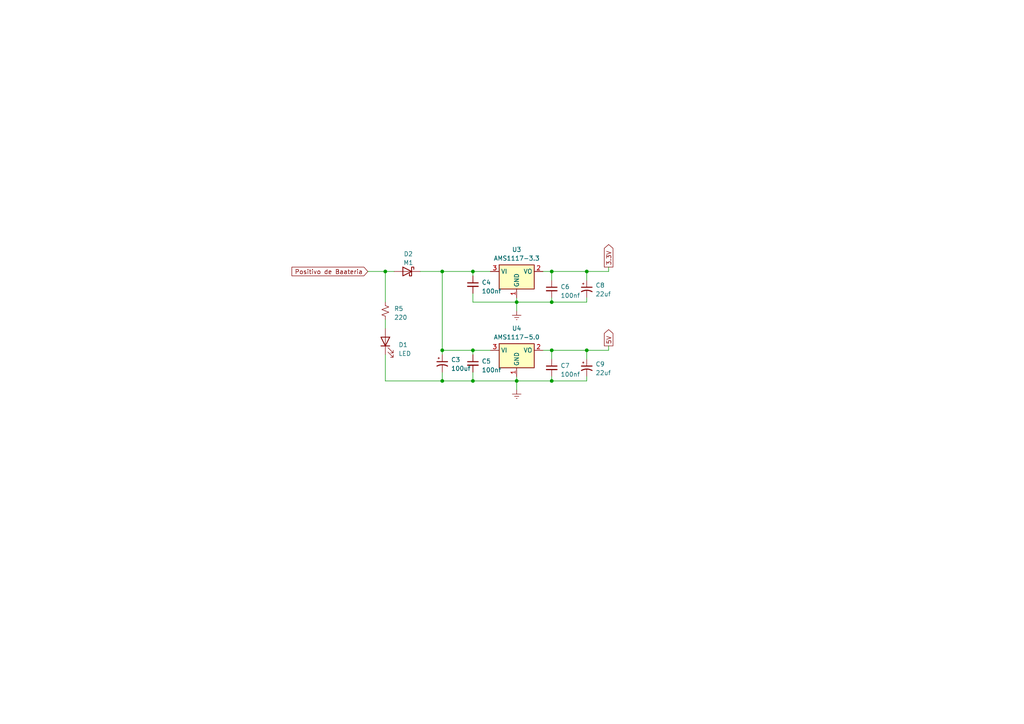
<source format=kicad_sch>
(kicad_sch (version 20230121) (generator eeschema)
  (paper "A4")
  (lib_symbols
    (symbol "Device:C_Polarized_Small_US" (pin_numbers hide) (pin_names (offset 0.254) hide)
      (property "Reference" "C" (at 0.254 1.778 0))
      (property "Value" "C_Polarized_Small_US" (at 0.254 -2.032 0))
      (symbol "C_Polarized_Small_US_0_1"
        (polyline (pts (xy -1.524 0.508) (xy 1.524 0.508)) (stroke (width 0.3048)))
        (polyline (pts (xy -1.27 1.524) (xy -0.762 1.524)))
        (polyline (pts (xy -1.016 1.27) (xy -1.016 1.778)))
        (arc (start 1.524 -0.762) (mid 0 -0.3734) (end -1.524 -0.762) (stroke (width 0.3048)))
      )
      (symbol "C_Polarized_Small_US_1_1"
        (pin passive line (at 0 2.54 270) (length 2.032) (name "~") (number "1"))
        (pin passive line (at 0 -2.54 90) (length 2.032) (name "~") (number "2"))
      )
    )
    (symbol "Device:C_Small" (pin_numbers hide) (pin_names (offset 0.254) hide)
      (property "Reference" "C" (at 0.254 1.778 0))
      (property "Value" "C_Small" (at 0.254 -2.032 0))
      (symbol "C_Small_0_1"
        (polyline (pts (xy -1.524 -0.508) (xy 1.524 -0.508)) (stroke (width 0.3302)))
        (polyline (pts (xy -1.524 0.508) (xy 1.524 0.508)) (stroke (width 0.3048)))
      )
      (symbol "C_Small_1_1"
        (pin passive line (at 0 2.54 270) (length 2.032) (name "~") (number "1"))
        (pin passive line (at 0 -2.54 90) (length 2.032) (name "~") (number "2"))
      )
    )
    (symbol "Device:LED" (pin_numbers hide) (pin_names (offset 1.016) hide)
      (property "Reference" "D" (at 0 2.54 0))
      (property "Value" "LED" (at 0 -2.54 0))
      (symbol "LED_0_1"
        (polyline (pts (xy -1.27 -1.27) (xy -1.27 1.27)) (stroke (width 0.254)))
        (polyline (pts (xy -1.27 0) (xy 1.27 0)))
        (polyline (pts (xy 1.27 -1.27) (xy 1.27 1.27) (xy -1.27 0) (xy 1.27 -1.27)) (stroke (width 0.254)))
        (polyline (pts (xy -3.048 -0.762) (xy -4.572 -2.286) (xy -3.81 -2.286) (xy -4.572 -2.286) (xy -4.572 -1.524)))
        (polyline (pts (xy -1.778 -0.762) (xy -3.302 -2.286) (xy -2.54 -2.286) (xy -3.302 -2.286) (xy -3.302 -1.524)))
      )
      (symbol "LED_1_1"
        (pin passive line (at -3.81 0 0) (length 2.54) (name "K") (number "1"))
        (pin passive line (at 3.81 0 180) (length 2.54) (name "A") (number "2"))
      )
    )
    (symbol "Device:R_Small_US" (pin_numbers hide) (pin_names (offset 0.254) hide)
      (property "Reference" "R" (at 0.762 0.508 0))
      (property "Value" "R_Small_US" (at 0.762 -1.016 0))
      (symbol "R_Small_US_1_1"
        (polyline (pts (xy 0 0) (xy 1.016 -0.381) (xy 0 -0.762) (xy -1.016 -1.143) (xy 0 -1.524)))
        (polyline (pts (xy 0 1.524) (xy 1.016 1.143) (xy 0 0.762) (xy -1.016 0.381) (xy 0 0)))
        (pin passive line (at 0 2.54 270) (length 1.016) (name "~") (number "1"))
        (pin passive line (at 0 -2.54 90) (length 1.016) (name "~") (number "2"))
      )
    )
    (symbol "Diode:B120-E3" (pin_numbers hide) (pin_names hide)
      (property "Reference" "D" (at 0 2.54 0))
      (property "Value" "B120-E3" (at 0 -2.54 0))
      (symbol "B120-E3_0_1"
        (polyline (pts (xy 1.27 0) (xy -1.27 0)))
        (polyline (pts (xy 1.27 1.27) (xy 1.27 -1.27) (xy -1.27 0) (xy 1.27 1.27)) (stroke (width 0.254)))
        (polyline (pts (xy -1.905 0.635) (xy -1.905 1.27) (xy -1.27 1.27) (xy -1.27 -1.27) (xy -0.635 -1.27) (xy -0.635 -0.635)) (stroke (width 0.254)))
      )
      (symbol "B120-E3_1_1"
        (pin passive line (at -3.81 0 0) (length 2.54) (name "K") (number "1"))
        (pin passive line (at 3.81 0 180) (length 2.54) (name "A") (number "2"))
      )
    )
    (symbol "Regulator_Linear:AMS1117-3.3"
      (property "Reference" "U" (at -3.81 3.175 0))
      (property "Value" "AMS1117-3.3" (at 0 3.175 0))
      (symbol "AMS1117-3.3_0_1"
        (rectangle (start -5.08 -5.08) (end 5.08 1.905) (stroke (width 0.254)) (fill (type background)))
      )
      (symbol "AMS1117-3.3_1_1"
        (pin power_in line (at 0 -7.62 90) (length 2.54) (name "GND") (number "1"))
        (pin power_out line (at 7.62 0 180) (length 2.54) (name "VO") (number "2"))
        (pin power_in line (at -7.62 0 0) (length 2.54) (name "VI") (number "3"))
      )
    )
    (symbol "Regulator_Linear:AMS1117-5.0"
      (property "Reference" "U" (at -3.81 3.175 0))
      (property "Value" "AMS1117-5.0" (at 0 3.175 0))
      (symbol "AMS1117-5.0_0_1"
        (rectangle (start -5.08 -5.08) (end 5.08 1.905) (stroke (width 0.254)) (fill (type background)))
      )
      (symbol "AMS1117-5.0_1_1"
        (pin power_in line (at 0 -7.62 90) (length 2.54) (name "GND") (number "1"))
        (pin power_out line (at 7.62 0 180) (length 2.54) (name "VO") (number "2"))
        (pin power_in line (at -7.62 0 0) (length 2.54) (name "VI") (number "3"))
      )
    )
    (symbol "power:Earth" (power) (pin_names (offset 0))
      (symbol "Earth_0_1"
        (polyline (pts (xy -0.635 -1.905) (xy 0.635 -1.905)))
        (polyline (pts (xy -0.127 -2.54) (xy 0.127 -2.54)))
        (polyline (pts (xy 0 -1.27) (xy 0 0)))
        (polyline (pts (xy 1.27 -1.27) (xy -1.27 -1.27)))
      )
      (symbol "Earth_1_1"
        (pin power_in line (at 0 0 270) (length 0) hide (name "Earth") (number "1"))
      )
    )
  )
  (junction (at 160.02 101.6))
  (junction (at 128.27 78.74))
  (junction (at 170.18 78.74))
  (junction (at 160.02 78.74))
  (junction (at 170.18 101.6))
  (junction (at 128.27 110.49))
  (junction (at 160.02 87.63))
  (junction (at 149.86 87.63))
  (junction (at 160.02 110.49))
  (junction (at 137.16 78.74))
  (junction (at 137.16 101.6))
  (junction (at 111.76 78.74))
  (junction (at 149.86 110.49))
  (junction (at 128.27 101.6))
  (junction (at 137.16 110.49))
  (wire (pts (xy 170.18 110.49) (xy 160.02 110.49)))
  (wire (pts (xy 111.76 110.49) (xy 128.27 110.49)))
  (wire (pts (xy 170.18 101.6) (xy 170.18 104.14)))
  (wire (pts (xy 137.16 101.6) (xy 142.24 101.6)))
  (wire (pts (xy 160.02 86.36) (xy 160.02 87.63)))
  (wire (pts (xy 149.86 87.63) (xy 160.02 87.63)))
  (wire (pts (xy 106.68 78.74) (xy 111.76 78.74)))
  (wire (pts (xy 137.16 78.74) (xy 142.24 78.74)))
  (wire (pts (xy 170.18 78.74) (xy 176.53 78.74)))
  (wire (pts (xy 160.02 109.22) (xy 160.02 110.49)))
  (wire (pts (xy 111.76 102.87) (xy 111.76 110.49)))
  (wire (pts (xy 128.27 107.95) (xy 128.27 110.49)))
  (wire (pts (xy 137.16 107.95) (xy 137.16 110.49)))
  (wire (pts (xy 170.18 101.6) (xy 176.53 101.6)))
  (wire (pts (xy 137.16 78.74) (xy 137.16 80.01)))
  (wire (pts (xy 149.86 87.63) (xy 149.86 90.17)))
  (wire (pts (xy 128.27 78.74) (xy 137.16 78.74)))
  (wire (pts (xy 160.02 78.74) (xy 160.02 81.28)))
  (wire (pts (xy 170.18 78.74) (xy 170.18 81.28)))
  (wire (pts (xy 128.27 110.49) (xy 137.16 110.49)))
  (wire (pts (xy 137.16 110.49) (xy 149.86 110.49)))
  (wire (pts (xy 111.76 87.63) (xy 111.76 78.74)))
  (wire (pts (xy 157.48 101.6) (xy 160.02 101.6)))
  (wire (pts (xy 121.92 78.74) (xy 128.27 78.74)))
  (wire (pts (xy 160.02 78.74) (xy 170.18 78.74)))
  (wire (pts (xy 149.86 87.63) (xy 149.86 86.36)))
  (wire (pts (xy 137.16 87.63) (xy 149.86 87.63)))
  (wire (pts (xy 149.86 110.49) (xy 149.86 109.22)))
  (wire (pts (xy 128.27 101.6) (xy 128.27 78.74)))
  (wire (pts (xy 176.53 101.6) (xy 176.53 100.33)))
  (wire (pts (xy 157.48 78.74) (xy 160.02 78.74)))
  (wire (pts (xy 111.76 92.71) (xy 111.76 95.25)))
  (wire (pts (xy 160.02 101.6) (xy 160.02 104.14)))
  (wire (pts (xy 176.53 78.74) (xy 176.53 77.47)))
  (wire (pts (xy 160.02 87.63) (xy 170.18 87.63)))
  (wire (pts (xy 149.86 110.49) (xy 149.86 113.03)))
  (wire (pts (xy 160.02 101.6) (xy 170.18 101.6)))
  (wire (pts (xy 111.76 78.74) (xy 114.3 78.74)))
  (wire (pts (xy 149.86 110.49) (xy 160.02 110.49)))
  (wire (pts (xy 137.16 101.6) (xy 137.16 102.87)))
  (wire (pts (xy 170.18 109.22) (xy 170.18 110.49)))
  (wire (pts (xy 170.18 86.36) (xy 170.18 87.63)))
  (wire (pts (xy 137.16 85.09) (xy 137.16 87.63)))
  (wire (pts (xy 128.27 101.6) (xy 137.16 101.6)))
  (wire (pts (xy 128.27 101.6) (xy 128.27 102.87)))
  (global_label "3.3V" (shape output) (at 176.53 77.47 90) (property "Intersheetrefs" "${INTERSHEET_REFS}" (effects hide)))
  (global_label "Positivo de Baateria" (shape input) (at 106.68 78.74 180) (property "Intersheetrefs" "${INTERSHEET_REFS}" (effects hide)))
  (global_label "5V" (shape output) (at 176.53 100.33 90) (property "Intersheetrefs" "${INTERSHEET_REFS}" (effects hide)))
  (symbol (lib_id "Regulator_Linear:AMS1117-5.0") (at 149.86 101.6 0) (unit 1)
    (property "Reference" "U4" (at 149.86 95.25 0))
    (property "Value" "AMS1117-5.0" (at 149.86 97.79 0))
    (property "Footprint" "Package_TO_SOT_SMD:SOT-223-3_TabPin2" (effects hide))
    (property "Datasheet" "http://www.advanced-monolithic.com/pdf/ds1117.pdf" (effects hide))
    (instances (project "KISS_V2" (path "" (reference "U4") (unit 1))) (project "reguladores" (path "" (reference "U1") (unit 1))))
  )
  (symbol (lib_id "Device:C_Polarized_Small_US") (at 170.18 106.68 0) (unit 1)
    (property "Reference" "C9" (at 172.72 105.6132 0) (effects (justify left)))
    (property "Value" "22uf" (at 172.72 108.1532 0) (effects (justify left)))
    (property "Footprint" "Capacitor_SMD:CP_Elec_6.3x3" (effects hide))
    (instances (project "KISS_V2" (path "" (reference "C9") (unit 1))) (project "reguladores" (path "" (reference "C7") (unit 1))))
  )
  (symbol (lib_id "Device:LED") (at 111.76 99.06 90) (unit 1)
    (property "Reference" "D1" (at 115.57 100.0125 90) (effects (justify right)))
    (property "Value" "LED" (at 115.57 102.5525 90) (effects (justify right)))
    (property "Footprint" "LED_SMD:LED_1206_3216Metric" (effects hide))
    (instances (project "KISS_V2" (path "" (reference "D1") (unit 1))) (project "reguladores" (path "" (reference "D2") (unit 1))))
  )
  (symbol (lib_id "Device:C_Small") (at 160.02 106.68 0) (unit 1)
    (property "Reference" "C7" (at 162.56 106.0513 0) (effects (justify left)))
    (property "Value" "100nf" (at 162.56 108.5913 0) (effects (justify left)))
    (property "Footprint" "Capacitor_SMD:C_0201_0603Metric" (effects hide))
    (instances (project "KISS_V2" (path "" (reference "C7") (unit 1))) (project "reguladores" (path "" (reference "C6") (unit 1))))
  )
  (symbol (lib_id "Regulator_Linear:AMS1117-3.3") (at 149.86 78.74 0) (unit 1)
    (property "Reference" "U3" (at 149.86 72.39 0))
    (property "Value" "AMS1117-3.3" (at 149.86 74.93 0))
    (property "Footprint" "Package_TO_SOT_SMD:SOT-223-3_TabPin2" (effects hide))
    (property "Datasheet" "http://www.advanced-monolithic.com/pdf/ds1117.pdf" (effects hide))
    (instances (project "KISS_V2" (path "" (reference "U3") (unit 1))) (project "reguladores" (path "" (reference "U2") (unit 1))))
  )
  (symbol (lib_id "Device:R_Small_US") (at 111.76 90.17 0) (unit 1)
    (property "Reference" "R5" (at 114.3 89.535 0) (effects (justify left)))
    (property "Value" "220" (at 114.3 92.075 0) (effects (justify left)))
    (property "Footprint" "Resistor_SMD:R_0201_0603Metric" (effects hide))
    (instances (project "KISS_V2" (path "" (reference "R5") (unit 1))) (project "reguladores" (path "" (reference "R1") (unit 1))))
  )
  (symbol (lib_id "Device:C_Polarized_Small_US") (at 170.18 83.82 0) (unit 1)
    (property "Reference" "C8" (at 172.72 82.7532 0) (effects (justify left)))
    (property "Value" "22uf" (at 172.72 85.2932 0) (effects (justify left)))
    (property "Footprint" "Capacitor_SMD:CP_Elec_6.3x3" (effects hide))
    (instances (project "KISS_V2" (path "" (reference "C8") (unit 1))) (project "reguladores" (path "" (reference "C4") (unit 1))))
  )
  (symbol (lib_id "power:Earth") (at 149.86 90.17 0) (unit 1)
    (property "Reference" "#PWR08" (effects hide))
    (property "Value" "Earth" (effects hide))
    (instances (project "KISS_V2" (path "" (reference "#PWR08") (unit 1))) (project "reguladores" (path "" (reference "#PWR01") (unit 1))))
  )
  (symbol (lib_id "power:Earth") (at 149.86 113.03 0) (unit 1)
    (property "Reference" "#PWR09" (effects hide))
    (property "Value" "Earth" (effects hide))
    (instances (project "KISS_V2" (path "" (reference "#PWR09") (unit 1))) (project "reguladores" (path "" (reference "#PWR04") (unit 1))))
  )
  (symbol (lib_id "Device:C_Polarized_Small_US") (at 128.27 105.41 0) (unit 1)
    (property "Reference" "C3" (at 130.81 104.3432 0) (effects (justify left)))
    (property "Value" "100uf" (at 130.81 106.8832 0) (effects (justify left)))
    (property "Footprint" "Capacitor_SMD:CP_Elec_6.3x3" (effects hide))
    (instances (project "KISS_V2" (path "" (reference "C3") (unit 1))) (project "reguladores" (path "" (reference "C1") (unit 1))))
  )
  (symbol (lib_id "Diode:B120-E3") (at 118.11 78.74 0) (mirror y) (unit 1)
    (property "Reference" "D2" (at 118.4275 73.66 0))
    (property "Value" "M1" (at 118.4275 76.2 0))
    (property "Footprint" "Diode_SMD:D_SMA" (effects hide))
    (property "Datasheet" "http://www.vishay.com/docs/88946/b120.pdf" (effects hide))
    (instances (project "KISS_V2" (path "" (reference "D2") (unit 1))) (project "reguladores" (path "" (reference "D1") (unit 1))))
  )
  (symbol (lib_id "Device:C_Small") (at 160.02 83.82 0) (unit 1)
    (property "Reference" "C6" (at 162.56 83.1913 0) (effects (justify left)))
    (property "Value" "100nf" (at 162.56 85.7313 0) (effects (justify left)))
    (property "Footprint" "Capacitor_SMD:C_0201_0603Metric" (effects hide))
    (instances (project "KISS_V2" (path "" (reference "C6") (unit 1))) (project "reguladores" (path "" (reference "C3") (unit 1))))
  )
  (symbol (lib_id "Device:C_Small") (at 137.16 105.41 0) (unit 1)
    (property "Reference" "C5" (at 139.7 104.7813 0) (effects (justify left)))
    (property "Value" "100nf" (at 139.7 107.3213 0) (effects (justify left)))
    (property "Footprint" "Capacitor_SMD:C_0201_0603Metric" (effects hide))
  )
  (symbol (lib_id "Device:C_Small") (at 137.16 82.55 0) (unit 1)
    (property "Reference" "C4" (at 139.7 81.9213 0) (effects (justify left)))
    (property "Value" "100nf" (at 139.7 84.4613 0) (effects (justify left)))
    (property "Footprint" "Capacitor_SMD:C_0201_0603Metric" (effects hide))
    (instances (project "KISS_V2" (path "" (reference "C4") (unit 1))) (project "reguladores" (path "" (reference "C2") (unit 1))))
  )
)
</source>
